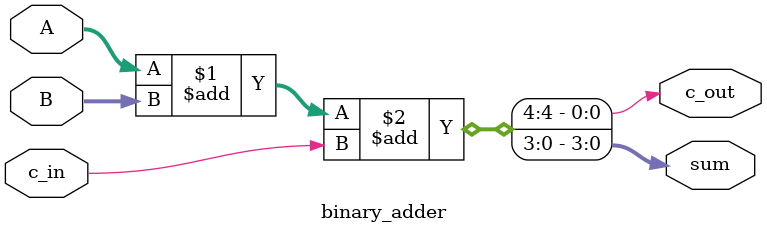
<source format=v>
module binary_adder(input [3:0] A,B,input c_in, output [3:0] sum,output c_out);
    assign {c_out, sum} = A+B+c_in;
endmodule
</source>
